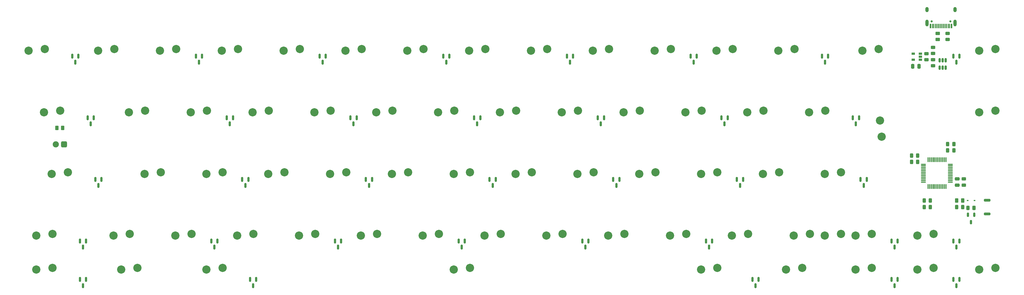
<source format=gbr>
G04 #@! TF.GenerationSoftware,KiCad,Pcbnew,(6.0.11)*
G04 #@! TF.CreationDate,2023-02-22T21:30:24+00:00*
G04 #@! TF.ProjectId,borsdorf,626f7273-646f-4726-962e-6b696361645f,rev?*
G04 #@! TF.SameCoordinates,Original*
G04 #@! TF.FileFunction,Soldermask,Bot*
G04 #@! TF.FilePolarity,Negative*
%FSLAX46Y46*%
G04 Gerber Fmt 4.6, Leading zero omitted, Abs format (unit mm)*
G04 Created by KiCad (PCBNEW (6.0.11)) date 2023-02-22 21:30:24*
%MOMM*%
%LPD*%
G01*
G04 APERTURE LIST*
G04 Aperture macros list*
%AMRoundRect*
0 Rectangle with rounded corners*
0 $1 Rounding radius*
0 $2 $3 $4 $5 $6 $7 $8 $9 X,Y pos of 4 corners*
0 Add a 4 corners polygon primitive as box body*
4,1,4,$2,$3,$4,$5,$6,$7,$8,$9,$2,$3,0*
0 Add four circle primitives for the rounded corners*
1,1,$1+$1,$2,$3*
1,1,$1+$1,$4,$5*
1,1,$1+$1,$6,$7*
1,1,$1+$1,$8,$9*
0 Add four rect primitives between the rounded corners*
20,1,$1+$1,$2,$3,$4,$5,0*
20,1,$1+$1,$4,$5,$6,$7,0*
20,1,$1+$1,$6,$7,$8,$9,0*
20,1,$1+$1,$8,$9,$2,$3,0*%
G04 Aperture macros list end*
%ADD10C,2.540000*%
%ADD11RoundRect,0.476250X0.476250X0.476250X-0.476250X0.476250X-0.476250X-0.476250X0.476250X-0.476250X0*%
%ADD12C,1.905000*%
%ADD13RoundRect,0.243750X0.456250X-0.243750X0.456250X0.243750X-0.456250X0.243750X-0.456250X-0.243750X0*%
%ADD14RoundRect,0.243750X0.243750X0.456250X-0.243750X0.456250X-0.243750X-0.456250X0.243750X-0.456250X0*%
%ADD15RoundRect,0.243750X-0.456250X0.243750X-0.456250X-0.243750X0.456250X-0.243750X0.456250X0.243750X0*%
%ADD16RoundRect,0.150000X-0.150000X0.587500X-0.150000X-0.587500X0.150000X-0.587500X0.150000X0.587500X0*%
%ADD17RoundRect,0.075000X0.075000X-0.662500X0.075000X0.662500X-0.075000X0.662500X-0.075000X-0.662500X0*%
%ADD18RoundRect,0.075000X0.662500X-0.075000X0.662500X0.075000X-0.662500X0.075000X-0.662500X-0.075000X0*%
%ADD19RoundRect,0.150000X-0.150000X0.512500X-0.150000X-0.512500X0.150000X-0.512500X0.150000X0.512500X0*%
%ADD20RoundRect,0.200000X0.800000X-0.200000X0.800000X0.200000X-0.800000X0.200000X-0.800000X-0.200000X0*%
%ADD21R,1.060000X0.650000*%
%ADD22C,0.650000*%
%ADD23R,0.600000X1.450000*%
%ADD24R,0.300000X1.450000*%
%ADD25O,1.000000X2.100000*%
%ADD26O,1.000000X1.600000*%
%ADD27RoundRect,0.243750X-0.243750X-0.456250X0.243750X-0.456250X0.243750X0.456250X-0.243750X0.456250X0*%
%ADD28RoundRect,0.250000X-0.250000X-0.475000X0.250000X-0.475000X0.250000X0.475000X-0.250000X0.475000X0*%
%ADD29RoundRect,0.250000X0.475000X-0.250000X0.475000X0.250000X-0.475000X0.250000X-0.475000X-0.250000X0*%
%ADD30RoundRect,0.250000X0.262500X0.450000X-0.262500X0.450000X-0.262500X-0.450000X0.262500X-0.450000X0*%
%ADD31R,0.600000X0.450000*%
%ADD32RoundRect,0.250000X-0.262500X-0.450000X0.262500X-0.450000X0.262500X0.450000X-0.262500X0.450000X0*%
%ADD33RoundRect,0.250000X-0.450000X0.262500X-0.450000X-0.262500X0.450000X-0.262500X0.450000X0.262500X0*%
G04 APERTURE END LIST*
D10*
X52268750Y-90225000D03*
X57268750Y-89725000D03*
D11*
X56038750Y-81125000D03*
D12*
X53498750Y-81125000D03*
D10*
X307443750Y-73700000D03*
X307943750Y-78700000D03*
X280868750Y-109275000D03*
X285868750Y-108775000D03*
X45125000Y-52125000D03*
X50125000Y-51625000D03*
X66556250Y-52125000D03*
X71556250Y-51625000D03*
X85606250Y-52125000D03*
X90606250Y-51625000D03*
X104656250Y-52125000D03*
X109656250Y-51625000D03*
X123706250Y-52125000D03*
X128706250Y-51625000D03*
X142756250Y-52125000D03*
X147756250Y-51625000D03*
X161806250Y-52125000D03*
X166806250Y-51625000D03*
X180856250Y-52125000D03*
X185856250Y-51625000D03*
X199906250Y-52125000D03*
X204906250Y-51625000D03*
X218956250Y-52125000D03*
X223956250Y-51625000D03*
X238006250Y-52125000D03*
X243006250Y-51625000D03*
X257056250Y-52125000D03*
X262056250Y-51625000D03*
X276106250Y-52125000D03*
X281106250Y-51625000D03*
X302050000Y-52125000D03*
X307050000Y-51625000D03*
X49887500Y-71175000D03*
X54887500Y-70675000D03*
X76081250Y-71175000D03*
X81081250Y-70675000D03*
X95131250Y-71175000D03*
X100131250Y-70675000D03*
X114181250Y-71175000D03*
X119181250Y-70675000D03*
X133231250Y-71175000D03*
X138231250Y-70675000D03*
X152281250Y-71175000D03*
X157281250Y-70675000D03*
X171331250Y-71175000D03*
X176331250Y-70675000D03*
X190381250Y-71175000D03*
X195381250Y-70675000D03*
X209431250Y-71175000D03*
X214431250Y-70675000D03*
X228481250Y-71175000D03*
X233481250Y-70675000D03*
X247531250Y-71175000D03*
X252531250Y-70675000D03*
X266581250Y-71175000D03*
X271581250Y-70675000D03*
X285631250Y-71175000D03*
X290631250Y-70675000D03*
X80843750Y-90225000D03*
X85843750Y-89725000D03*
X99893750Y-90225000D03*
X104893750Y-89725000D03*
X118943750Y-90225000D03*
X123943750Y-89725000D03*
X137993750Y-90225000D03*
X142993750Y-89725000D03*
X157043750Y-90225000D03*
X162043750Y-89725000D03*
X176093750Y-90225000D03*
X181093750Y-89725000D03*
X195143750Y-90225000D03*
X200143750Y-89725000D03*
X214193750Y-90225000D03*
X219193750Y-89725000D03*
X233243750Y-90225000D03*
X238243750Y-89725000D03*
X252293750Y-90225000D03*
X257293750Y-89725000D03*
X271343750Y-90225000D03*
X276343750Y-89725000D03*
X47506250Y-109275000D03*
X52506250Y-108775000D03*
X90368750Y-109275000D03*
X95368750Y-108775000D03*
X109418750Y-109275000D03*
X114418750Y-108775000D03*
X128468750Y-109275000D03*
X133468750Y-108775000D03*
X147518750Y-109275000D03*
X152518750Y-108775000D03*
X166568750Y-109275000D03*
X171568750Y-108775000D03*
X185618750Y-109275000D03*
X190618750Y-108775000D03*
X204668750Y-109275000D03*
X209668750Y-108775000D03*
X223718750Y-109275000D03*
X228718750Y-108775000D03*
X242768750Y-109275000D03*
X247768750Y-108775000D03*
X261818750Y-109275000D03*
X266818750Y-108775000D03*
X299918750Y-109275000D03*
X304918750Y-108775000D03*
X78700000Y-119325000D03*
X73700000Y-119825000D03*
X104893750Y-119325000D03*
X99893750Y-119825000D03*
X181093750Y-119325000D03*
X176093750Y-119825000D03*
X257293750Y-119325000D03*
X252293750Y-119825000D03*
X283487500Y-119325000D03*
X278487500Y-119825000D03*
X304918750Y-119325000D03*
X299918750Y-119825000D03*
X323968750Y-119325000D03*
X318968750Y-119825000D03*
X338018750Y-52125000D03*
X343018750Y-51625000D03*
X338018750Y-71175000D03*
X343018750Y-70675000D03*
X343018750Y-119325000D03*
X338018750Y-119825000D03*
X290393750Y-90225000D03*
X295393750Y-89725000D03*
X318968750Y-109275000D03*
X323968750Y-108775000D03*
X290393750Y-109275000D03*
X295393750Y-108775000D03*
X71318750Y-109275000D03*
X76318750Y-108775000D03*
X52506250Y-119325000D03*
X47506250Y-119825000D03*
D13*
X333250000Y-93687500D03*
X333250000Y-91812500D03*
D14*
X330187500Y-83000000D03*
X328312500Y-83000000D03*
D15*
X321750000Y-53062500D03*
X321750000Y-54937500D03*
D16*
X299087500Y-72881250D03*
X300987500Y-72881250D03*
X300037500Y-74756250D03*
D17*
X327750000Y-94162500D03*
X327250000Y-94162500D03*
X326750000Y-94162500D03*
X326250000Y-94162500D03*
X325750000Y-94162500D03*
X325250000Y-94162500D03*
X324750000Y-94162500D03*
X324250000Y-94162500D03*
X323750000Y-94162500D03*
X323250000Y-94162500D03*
X322750000Y-94162500D03*
X322250000Y-94162500D03*
D18*
X320837500Y-92750000D03*
X320837500Y-92250000D03*
X320837500Y-91750000D03*
X320837500Y-91250000D03*
X320837500Y-90750000D03*
X320837500Y-90250000D03*
X320837500Y-89750000D03*
X320837500Y-89250000D03*
X320837500Y-88750000D03*
X320837500Y-88250000D03*
X320837500Y-87750000D03*
X320837500Y-87250000D03*
D17*
X322250000Y-85837500D03*
X322750000Y-85837500D03*
X323250000Y-85837500D03*
X323750000Y-85837500D03*
X324250000Y-85837500D03*
X324750000Y-85837500D03*
X325250000Y-85837500D03*
X325750000Y-85837500D03*
X326250000Y-85837500D03*
X326750000Y-85837500D03*
X327250000Y-85837500D03*
X327750000Y-85837500D03*
D18*
X329162500Y-87250000D03*
X329162500Y-87750000D03*
X329162500Y-88250000D03*
X329162500Y-88750000D03*
X329162500Y-89250000D03*
X329162500Y-89750000D03*
X329162500Y-90250000D03*
X329162500Y-90750000D03*
X329162500Y-91250000D03*
X329162500Y-91750000D03*
X329162500Y-92250000D03*
X329162500Y-92750000D03*
D14*
X336437500Y-100750000D03*
X334562500Y-100750000D03*
D19*
X325800000Y-55112500D03*
X326750000Y-55112500D03*
X327700000Y-55112500D03*
X327700000Y-57387500D03*
X326750000Y-57387500D03*
X325800000Y-57387500D03*
D15*
X328250000Y-46812500D03*
X328250000Y-48687500D03*
D20*
X340500000Y-102600000D03*
X340500000Y-98400000D03*
D21*
X319850000Y-53050000D03*
X319850000Y-54000000D03*
X319850000Y-54950000D03*
X317650000Y-54950000D03*
X317650000Y-53050000D03*
D22*
X323360000Y-43075000D03*
X329140000Y-43075000D03*
D23*
X323000000Y-44520000D03*
X323800000Y-44520000D03*
D24*
X325000000Y-44520000D03*
X326000000Y-44520000D03*
X326500000Y-44520000D03*
X327500000Y-44520000D03*
D23*
X328700000Y-44520000D03*
X329500000Y-44520000D03*
X329500000Y-44520000D03*
X328700000Y-44520000D03*
D24*
X328000000Y-44520000D03*
X327000000Y-44520000D03*
X325500000Y-44520000D03*
X324500000Y-44520000D03*
D23*
X323800000Y-44520000D03*
X323000000Y-44520000D03*
D25*
X321930000Y-43605000D03*
D26*
X321930000Y-39425000D03*
D25*
X330570000Y-43605000D03*
D26*
X330570000Y-39425000D03*
D27*
X317162500Y-86550000D03*
X319037500Y-86550000D03*
D14*
X330187500Y-81000000D03*
X328312500Y-81000000D03*
D27*
X331062500Y-100500000D03*
X332937500Y-100500000D03*
X321062500Y-100500000D03*
X322937500Y-100500000D03*
X321062500Y-98500000D03*
X322937500Y-98500000D03*
D14*
X319037500Y-84550000D03*
X317162500Y-84550000D03*
D15*
X323800000Y-54912500D03*
X323800000Y-56787500D03*
D13*
X323800000Y-53037500D03*
X323800000Y-51162500D03*
D28*
X317550000Y-57000000D03*
X319450000Y-57000000D03*
D16*
X268131250Y-122887500D03*
X270031250Y-122887500D03*
X269081250Y-124762500D03*
X310993750Y-122887500D03*
X312893750Y-122887500D03*
X311943750Y-124762500D03*
X63343750Y-72881250D03*
X65243750Y-72881250D03*
X64293750Y-74756250D03*
X210981250Y-53831250D03*
X212881250Y-53831250D03*
X211931250Y-55706250D03*
X101443750Y-110981250D03*
X103343750Y-110981250D03*
X102393750Y-112856250D03*
D29*
X331250000Y-93700000D03*
X331250000Y-91800000D03*
D16*
X225268750Y-91931250D03*
X227168750Y-91931250D03*
X226218750Y-93806250D03*
X182406250Y-72881250D03*
X184306250Y-72881250D03*
X183356250Y-74756250D03*
X253843750Y-110981250D03*
X255743750Y-110981250D03*
X254793750Y-112856250D03*
D30*
X332912500Y-98500000D03*
X331087500Y-98500000D03*
D16*
X113350000Y-122887500D03*
X115250000Y-122887500D03*
X114300000Y-124762500D03*
X289562500Y-53831250D03*
X291462500Y-53831250D03*
X290512500Y-55706250D03*
X96681250Y-53831250D03*
X98581250Y-53831250D03*
X97631250Y-55706250D03*
X220506250Y-72881250D03*
X222406250Y-72881250D03*
X221456250Y-74756250D03*
X310993750Y-110981250D03*
X312893750Y-110981250D03*
X311943750Y-112856250D03*
X258606250Y-72881250D03*
X260506250Y-72881250D03*
X259556250Y-74756250D03*
D31*
X334450000Y-98500000D03*
X336550000Y-98500000D03*
D16*
X330043750Y-110981250D03*
X331943750Y-110981250D03*
X330993750Y-112856250D03*
X60962500Y-110981250D03*
X62862500Y-110981250D03*
X61912500Y-112856250D03*
X215743750Y-110981250D03*
X217643750Y-110981250D03*
X216693750Y-112856250D03*
D32*
X53856250Y-76000000D03*
X55681250Y-76000000D03*
D16*
X139543750Y-110981250D03*
X141443750Y-110981250D03*
X140493750Y-112856250D03*
X187168750Y-91931250D03*
X189068750Y-91931250D03*
X188118750Y-93806250D03*
X249081250Y-53831250D03*
X250981250Y-53831250D03*
X250031250Y-55706250D03*
X330043750Y-122887500D03*
X331943750Y-122887500D03*
X330993750Y-124762500D03*
X263368750Y-91931250D03*
X265268750Y-91931250D03*
X264318750Y-93806250D03*
D19*
X334550000Y-102862500D03*
X336450000Y-102862500D03*
X335500000Y-105137500D03*
D16*
X172881250Y-53831250D03*
X174781250Y-53831250D03*
X173831250Y-55706250D03*
X65725000Y-91931250D03*
X67625000Y-91931250D03*
X66675000Y-93806250D03*
X60962500Y-122887500D03*
X62862500Y-122887500D03*
X61912500Y-124762500D03*
X106206250Y-72881250D03*
X108106250Y-72881250D03*
X107156250Y-74756250D03*
X134781250Y-53831250D03*
X136681250Y-53831250D03*
X135731250Y-55706250D03*
X177643750Y-110981250D03*
X179543750Y-110981250D03*
X178593750Y-112856250D03*
X58581250Y-53831250D03*
X60481250Y-53831250D03*
X59531250Y-55706250D03*
D33*
X325250000Y-46837500D03*
X325250000Y-48662500D03*
D16*
X149068750Y-91931250D03*
X150968750Y-91931250D03*
X150018750Y-93806250D03*
X301468750Y-91931250D03*
X303368750Y-91931250D03*
X302418750Y-93806250D03*
X330043750Y-53831250D03*
X331943750Y-53831250D03*
X330993750Y-55706250D03*
X110968750Y-91931250D03*
X112868750Y-91931250D03*
X111918750Y-93806250D03*
X144306250Y-72881250D03*
X146206250Y-72881250D03*
X145256250Y-74756250D03*
M02*

</source>
